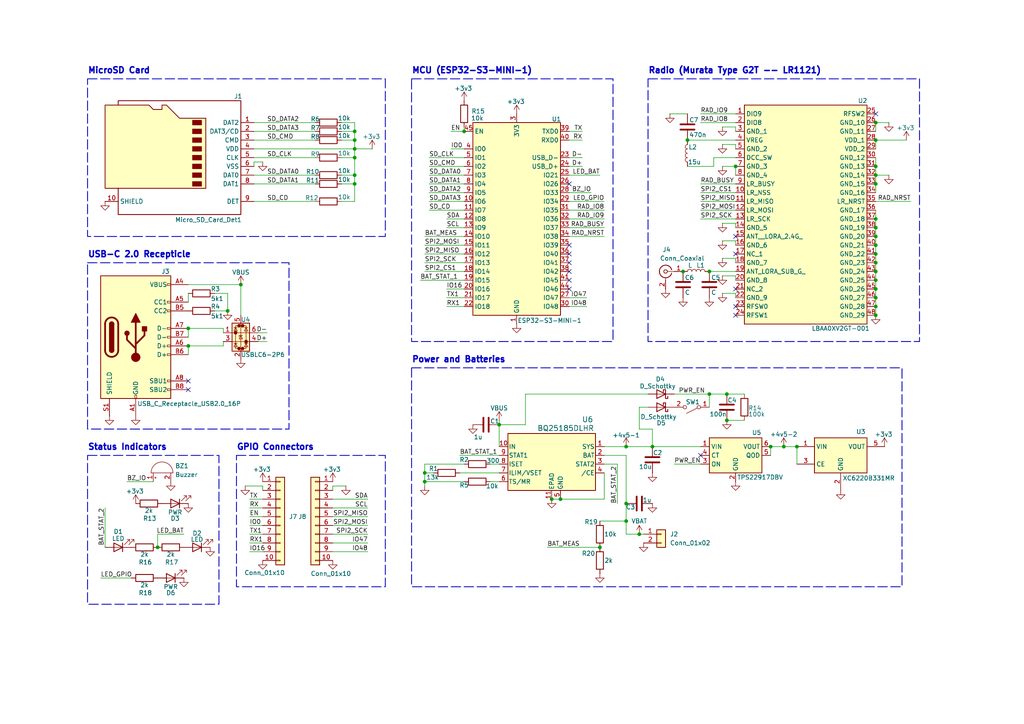
<source format=kicad_sch>
(kicad_sch (version 20250114) (generator "eeschema") (generator_version "9.0")
  (paper "A4")
  (rectangle (start 25.4 76.2) (end 83.82 124.46) (stroke (width 0.25) (type dash)))
  (rectangle (start 119.38 106.68) (end 261.62 170.18) (stroke (width 0.25) (type dash)))
  (rectangle (start 25.4 132.08) (end 63.5 175.26) (stroke (width 0.25) (type dash)))
  (rectangle (start 25.4 22.86) (end 111.76 68.58) (stroke (width 0.25) (type dash)))
  (rectangle (start 119.38 22.86) (end 177.8 99.06) (stroke (width 0.25) (type dash)))
  (rectangle (start 187.96 22.86) (end 266.7 99.06) (stroke (width 0.25) (type dash)))
  (rectangle (start 68.58 132.08) (end 111.76 170.18) (stroke (width 0.25) (type dash)))
  (text "Status Indicators\n" (at 25.4 130.81 0) (effects (font (size 1.75 1.75) (thickness 0.4) (bold yes)) (justify left bottom)))
  (text "MCU (ESP32-S3-MINI-1)" (at 119.38 21.59 0) (effects (font (size 1.75 1.75) (thickness 0.4) (bold yes)) (justify left bottom)))
  (text "Radio (Murata Type G2T -- LR1121)" (at 187.96 21.59 0) (effects (font (size 1.75 1.75) (thickness 0.4) (bold yes)) (justify left bottom)))
  (text "MicroSD Card\n" (at 25.4 21.59 0) (effects (font (size 1.75 1.75) (thickness 0.4) (bold yes)) (justify left bottom)))
  (text "USB-C 2.0 Recepticle" (at 25.4 74.93 0) (effects (font (size 1.75 1.75) (thickness 0.4) (bold yes)) (justify left bottom)))
  (text "GPIO Connectors" (at 68.58 130.81 0) (effects (font (size 1.75 1.75) (thickness 0.4) (bold yes)) (justify left bottom)))
  (text "Power and Batteries" (at 119.38 105.41 0) (effects (font (size 1.75 1.75) (thickness 0.4) (bold yes)) (justify left bottom)))
  (junction (at 254 53.34))
  (junction (at 254 73.66))
  (junction (at 210.82 114.3))
  (junction (at 254 81.28))
  (junction (at 160.02 144.78))
  (junction (at 102.87 50.8))
  (junction (at 102.87 38.1))
  (junction (at 254 83.82))
  (junction (at 185.42 154.94))
  (junction (at 66.04 90.17))
  (junction (at 254 68.58))
  (junction (at 123.19 139.7))
  (junction (at 210.82 121.92))
  (junction (at 54.61 95.25))
  (junction (at 144.78 123.19))
  (junction (at 69.85 82.55))
  (junction (at 198.12 78.74))
  (junction (at 254 88.9))
  (junction (at 205.74 78.74))
  (junction (at 254 91.44))
  (junction (at 199.39 40.64))
  (junction (at 181.61 129.54))
  (junction (at 254 76.2))
  (junction (at 254 71.12))
  (junction (at 227.33 129.54))
  (junction (at 254 40.64))
  (junction (at 162.56 144.78))
  (junction (at 54.61 100.33))
  (junction (at 254 66.04))
  (junction (at 254 48.26))
  (junction (at 123.19 137.16))
  (junction (at 231.14 129.54))
  (junction (at 181.61 146.05))
  (junction (at 254 35.56))
  (junction (at 189.23 129.54))
  (junction (at 223.52 129.54))
  (junction (at 254 50.8))
  (junction (at 181.61 151.13))
  (junction (at 102.87 40.64))
  (junction (at 45.72 158.75))
  (junction (at 213.36 48.26))
  (junction (at 102.87 43.18))
  (junction (at 102.87 45.72))
  (junction (at 173.99 158.75))
  (junction (at 254 63.5))
  (junction (at 254 86.36))
  (junction (at 205.74 114.3))
  (junction (at 102.87 53.34))
  (junction (at 254 78.74))
  (junction (at 134.62 38.1))
  (no_connect (at 254 33.02))
  (no_connect (at 165.1 73.66))
  (no_connect (at 213.36 68.58))
  (no_connect (at 165.1 53.34))
  (no_connect (at 213.36 91.44))
  (no_connect (at 165.1 76.2))
  (no_connect (at 165.1 83.82))
  (no_connect (at 203.2 132.08))
  (no_connect (at 165.1 81.28))
  (no_connect (at 54.61 110.49))
  (no_connect (at 54.61 113.03))
  (no_connect (at 213.36 73.66))
  (no_connect (at 213.36 83.82))
  (no_connect (at 213.36 88.9))
  (no_connect (at 165.1 71.12))
  (no_connect (at 165.1 78.74))
  (wire (pts (xy 203.2 63.5) (xy 213.36 63.5)))
  (wire (pts (xy 54.61 85.09) (xy 54.61 87.63)))
  (wire (pts (xy 102.87 43.18) (xy 107.95 43.18)))
  (wire (pts (xy 74.93 96.52) (xy 77.47 96.52)))
  (wire (pts (xy 207.01 45.72) (xy 207.01 48.26)))
  (wire (pts (xy 203.2 35.56) (xy 213.36 35.56)))
  (wire (pts (xy 123.19 73.66) (xy 134.62 73.66)))
  (wire (pts (xy 123.19 71.12) (xy 134.62 71.12)))
  (wire (pts (xy 54.61 95.25) (xy 64.77 95.25)))
  (wire (pts (xy 129.54 88.9) (xy 134.62 88.9)))
  (wire (pts (xy 185.42 124.46) (xy 189.23 124.46)))
  (wire (pts (xy 72.39 147.32) (xy 76.2 147.32)))
  (wire (pts (xy 69.85 82.55) (xy 69.85 91.44)))
  (wire (pts (xy 227.33 129.54) (xy 231.14 129.54)))
  (wire (pts (xy 123.19 76.2) (xy 134.62 76.2)))
  (wire (pts (xy 181.61 146.05) (xy 181.61 151.13)))
  (wire (pts (xy 199.39 48.26) (xy 207.01 48.26)))
  (wire (pts (xy 72.39 154.94) (xy 76.2 154.94)))
  (wire (pts (xy 199.39 33.02) (xy 194.31 33.02)))
  (wire (pts (xy 181.61 129.54) (xy 189.23 129.54)))
  (wire (pts (xy 102.87 35.56) (xy 99.06 35.56)))
  (wire (pts (xy 210.82 121.92) (xy 215.9 121.92)))
  (wire (pts (xy 133.35 137.16) (xy 144.78 137.16)))
  (wire (pts (xy 173.99 151.13) (xy 181.61 151.13)))
  (wire (pts (xy 29.21 167.64) (xy 38.1 167.64)))
  (wire (pts (xy 195.58 114.3) (xy 205.74 114.3)))
  (wire (pts (xy 185.42 118.11) (xy 185.42 124.46)))
  (wire (pts (xy 129.54 86.36) (xy 134.62 86.36)))
  (wire (pts (xy 195.58 134.62) (xy 203.2 134.62)))
  (wire (pts (xy 254 45.72) (xy 254 48.26)))
  (wire (pts (xy 142.24 139.7) (xy 144.78 139.7)))
  (wire (pts (xy 76.2 140.97) (xy 76.2 142.24)))
  (wire (pts (xy 199.39 40.64) (xy 213.36 40.64)))
  (wire (pts (xy 205.74 78.74) (xy 213.36 78.74)))
  (wire (pts (xy 45.72 154.94) (xy 53.34 154.94)))
  (wire (pts (xy 175.26 134.62) (xy 179.07 134.62)))
  (wire (pts (xy 160.02 144.78) (xy 162.56 144.78)))
  (wire (pts (xy 165.1 38.1) (xy 168.91 38.1)))
  (wire (pts (xy 72.39 160.02) (xy 76.2 160.02)))
  (wire (pts (xy 102.87 38.1) (xy 102.87 35.56)))
  (wire (pts (xy 223.52 129.54) (xy 227.33 129.54)))
  (wire (pts (xy 62.23 90.17) (xy 66.04 90.17)))
  (wire (pts (xy 203.2 55.88) (xy 213.36 55.88)))
  (wire (pts (xy 102.87 43.18) (xy 102.87 40.64)))
  (wire (pts (xy 124.46 53.34) (xy 134.62 53.34)))
  (wire (pts (xy 74.93 99.06) (xy 77.47 99.06)))
  (wire (pts (xy 30.48 147.32) (xy 30.48 158.75)))
  (wire (pts (xy 254 88.9) (xy 254 91.44)))
  (wire (pts (xy 72.39 152.4) (xy 76.2 152.4)))
  (wire (pts (xy 45.72 158.75) (xy 45.72 154.94)))
  (wire (pts (xy 165.1 86.36) (xy 170.18 86.36)))
  (wire (pts (xy 102.87 45.72) (xy 102.87 43.18)))
  (wire (pts (xy 213.36 74.93) (xy 213.36 76.2)))
  (wire (pts (xy 187.96 114.3) (xy 152.4 114.3)))
  (wire (pts (xy 254 76.2) (xy 254 78.74)))
  (wire (pts (xy 181.61 154.94) (xy 185.42 154.94)))
  (wire (pts (xy 73.66 46.99) (xy 73.66 48.26)))
  (wire (pts (xy 72.39 157.48) (xy 76.2 157.48)))
  (wire (pts (xy 254 86.36) (xy 254 88.9)))
  (wire (pts (xy 158.75 158.75) (xy 173.99 158.75)))
  (wire (pts (xy 96.52 157.48) (xy 106.68 157.48)))
  (wire (pts (xy 99.06 53.34) (xy 102.87 53.34)))
  (wire (pts (xy 73.66 38.1) (xy 91.44 38.1)))
  (wire (pts (xy 123.19 139.7) (xy 134.62 139.7)))
  (wire (pts (xy 144.78 123.19) (xy 144.78 129.54)))
  (wire (pts (xy 54.61 100.33) (xy 64.77 100.33)))
  (wire (pts (xy 123.19 68.58) (xy 134.62 68.58)))
  (wire (pts (xy 72.39 144.78) (xy 76.2 144.78)))
  (wire (pts (xy 165.1 55.88) (xy 171.45 55.88)))
  (wire (pts (xy 203.2 60.96) (xy 213.36 60.96)))
  (wire (pts (xy 66.04 90.17) (xy 66.04 85.09)))
  (wire (pts (xy 213.36 64.77) (xy 213.36 66.04)))
  (wire (pts (xy 152.4 114.3) (xy 152.4 123.19)))
  (wire (pts (xy 254 60.96) (xy 254 63.5)))
  (wire (pts (xy 165.1 60.96) (xy 175.26 60.96)))
  (wire (pts (xy 213.36 36.83) (xy 213.36 38.1)))
  (wire (pts (xy 203.2 33.02) (xy 213.36 33.02)))
  (wire (pts (xy 209.55 85.09) (xy 213.36 85.09)))
  (wire (pts (xy 187.96 118.11) (xy 185.42 118.11)))
  (wire (pts (xy 102.87 40.64) (xy 102.87 38.1)))
  (wire (pts (xy 231.14 129.54) (xy 231.14 134.62)))
  (wire (pts (xy 254 35.56) (xy 254 38.1)))
  (wire (pts (xy 213.36 41.91) (xy 213.36 43.18)))
  (wire (pts (xy 185.42 154.94) (xy 186.69 154.94)))
  (wire (pts (xy 175.26 132.08) (xy 181.61 132.08)))
  (wire (pts (xy 123.19 140.97) (xy 123.19 139.7)))
  (wire (pts (xy 73.66 58.42) (xy 91.44 58.42)))
  (wire (pts (xy 254 50.8) (xy 257.81 50.8)))
  (wire (pts (xy 96.52 152.4) (xy 106.68 152.4)))
  (wire (pts (xy 96.52 149.86) (xy 106.68 149.86)))
  (wire (pts (xy 254 66.04) (xy 254 68.58)))
  (wire (pts (xy 124.46 55.88) (xy 134.62 55.88)))
  (wire (pts (xy 181.61 151.13) (xy 181.61 154.94)))
  (wire (pts (xy 209.55 80.01) (xy 213.36 80.01)))
  (wire (pts (xy 175.26 144.78) (xy 162.56 144.78)))
  (wire (pts (xy 209.55 41.91) (xy 213.36 41.91)))
  (wire (pts (xy 165.1 66.04) (xy 175.26 66.04)))
  (wire (pts (xy 76.2 46.99) (xy 73.66 46.99)))
  (wire (pts (xy 96.52 147.32) (xy 106.68 147.32)))
  (wire (pts (xy 123.19 134.62) (xy 123.19 137.16)))
  (wire (pts (xy 165.1 58.42) (xy 175.26 58.42)))
  (wire (pts (xy 213.36 80.01) (xy 213.36 81.28)))
  (wire (pts (xy 71.12 140.97) (xy 76.2 140.97)))
  (wire (pts (xy 72.39 149.86) (xy 76.2 149.86)))
  (wire (pts (xy 64.77 100.33) (xy 64.77 99.06)))
  (wire (pts (xy 73.66 40.64) (xy 91.44 40.64)))
  (wire (pts (xy 165.1 40.64) (xy 168.91 40.64)))
  (wire (pts (xy 123.19 78.74) (xy 134.62 78.74)))
  (wire (pts (xy 254 78.74) (xy 254 81.28)))
  (wire (pts (xy 124.46 60.96) (xy 134.62 60.96)))
  (wire (pts (xy 99.06 40.64) (xy 102.87 40.64)))
  (wire (pts (xy 102.87 53.34) (xy 102.87 50.8)))
  (wire (pts (xy 189.23 124.46) (xy 189.23 129.54)))
  (wire (pts (xy 124.46 58.42) (xy 134.62 58.42)))
  (wire (pts (xy 209.55 64.77) (xy 213.36 64.77)))
  (wire (pts (xy 99.06 50.8) (xy 102.87 50.8)))
  (wire (pts (xy 209.55 48.26) (xy 213.36 48.26)))
  (wire (pts (xy 189.23 129.54) (xy 203.2 129.54)))
  (wire (pts (xy 209.55 36.83) (xy 213.36 36.83)))
  (wire (pts (xy 99.06 45.72) (xy 102.87 45.72)))
  (wire (pts (xy 254 68.58) (xy 254 71.12)))
  (wire (pts (xy 130.81 38.1) (xy 134.62 38.1)))
  (wire (pts (xy 102.87 50.8) (xy 102.87 45.72)))
  (wire (pts (xy 73.66 35.56) (xy 91.44 35.56)))
  (wire (pts (xy 213.36 48.26) (xy 213.36 50.8)))
  (wire (pts (xy 134.62 36.83) (xy 134.62 38.1)))
  (wire (pts (xy 209.55 74.93) (xy 213.36 74.93)))
  (wire (pts (xy 54.61 100.33) (xy 54.61 102.87)))
  (wire (pts (xy 129.54 63.5) (xy 134.62 63.5)))
  (wire (pts (xy 254 71.12) (xy 254 73.66)))
  (wire (pts (xy 209.55 69.85) (xy 213.36 69.85)))
  (wire (pts (xy 165.1 68.58) (xy 175.26 68.58)))
  (wire (pts (xy 73.66 53.34) (xy 91.44 53.34)))
  (wire (pts (xy 165.1 45.72) (xy 168.91 45.72)))
  (wire (pts (xy 102.87 58.42) (xy 102.87 53.34)))
  (wire (pts (xy 254 73.66) (xy 254 76.2)))
  (wire (pts (xy 223.52 129.54) (xy 223.52 132.08)))
  (wire (pts (xy 203.2 53.34) (xy 213.36 53.34)))
  (wire (pts (xy 254 83.82) (xy 254 86.36)))
  (wire (pts (xy 124.46 45.72) (xy 134.62 45.72)))
  (wire (pts (xy 179.07 134.62) (xy 179.07 146.05)))
  (wire (pts (xy 96.52 140.97) (xy 96.52 142.24)))
  (wire (pts (xy 64.77 95.25) (xy 64.77 96.52)))
  (wire (pts (xy 73.66 45.72) (xy 91.44 45.72)))
  (wire (pts (xy 36.83 139.7) (xy 44.45 139.7)))
  (wire (pts (xy 254 40.64) (xy 262.89 40.64)))
  (wire (pts (xy 215.9 114.3) (xy 210.82 114.3)))
  (wire (pts (xy 123.19 134.62) (xy 134.62 134.62)))
  (wire (pts (xy 181.61 132.08) (xy 181.61 146.05)))
  (wire (pts (xy 213.36 45.72) (xy 207.01 45.72)))
  (wire (pts (xy 254 63.5) (xy 254 66.04)))
  (wire (pts (xy 96.52 154.94) (xy 106.68 154.94)))
  (wire (pts (xy 144.78 121.92) (xy 144.78 123.19)))
  (wire (pts (xy 152.4 123.19) (xy 144.78 123.19)))
  (wire (pts (xy 130.81 43.18) (xy 134.62 43.18)))
  (wire (pts (xy 144.78 134.62) (xy 142.24 134.62)))
  (wire (pts (xy 203.2 58.42) (xy 213.36 58.42)))
  (wire (pts (xy 175.26 137.16) (xy 175.26 144.78)))
  (wire (pts (xy 99.06 58.42) (xy 102.87 58.42)))
  (wire (pts (xy 66.04 85.09) (xy 62.23 85.09)))
  (wire (pts (xy 121.92 81.28) (xy 134.62 81.28)))
  (wire (pts (xy 165.1 48.26) (xy 168.91 48.26)))
  (wire (pts (xy 181.61 129.54) (xy 175.26 129.54)))
  (wire (pts (xy 129.54 66.04) (xy 134.62 66.04)))
  (wire (pts (xy 96.52 160.02) (xy 106.68 160.02)))
  (wire (pts (xy 254 81.28) (xy 254 83.82)))
  (wire (pts (xy 213.36 69.85) (xy 213.36 71.12)))
  (wire (pts (xy 124.46 50.8) (xy 134.62 50.8)))
  (wire (pts (xy 254 35.56) (xy 257.81 35.56)))
  (wire (pts (xy 96.52 144.78) (xy 106.68 144.78)))
  (wire (pts (xy 123.19 139.7) (xy 123.19 137.16)))
  (wire (pts (xy 73.66 50.8) (xy 91.44 50.8)))
  (wire (pts (xy 254 40.64) (xy 254 43.18)))
  (wire (pts (xy 54.61 82.55) (xy 69.85 82.55)))
  (wire (pts (xy 129.54 83.82) (xy 134.62 83.82)))
  (wire (pts (xy 73.66 43.18) (xy 102.87 43.18)))
  (wire (pts (xy 254 48.26) (xy 254 50.8)))
  (wire (pts (xy 99.06 38.1) (xy 102.87 38.1)))
  (wire (pts (xy 133.35 132.08) (xy 144.78 132.08)))
  (wire (pts (xy 54.61 95.25) (xy 54.61 97.79)))
  (wire (pts (xy 124.46 48.26) (xy 134.62 48.26)))
  (wire (pts (xy 165.1 63.5) (xy 175.26 63.5)))
  (wire (pts (xy 213.36 85.09) (xy 213.36 86.36)))
  (wire (pts (xy 100.33 140.97) (xy 96.52 140.97)))
  (wire (pts (xy 210.82 114.3) (xy 205.74 114.3)))
  (wire (pts (xy 123.19 137.16) (xy 125.73 137.16)))
  (wire (pts (xy 165.1 50.8) (xy 173.99 50.8)))
  (wire (pts (xy 254 50.8) (xy 254 53.34)))
  (wire (pts (xy 254 53.34) (xy 254 55.88)))
  (wire (pts (xy 254 58.42) (xy 264.16 58.42)))
  (wire (pts (xy 205.74 114.3) (xy 205.74 118.11)))
  (wire (pts (xy 165.1 88.9) (xy 170.18 88.9)))
  (label "RX" (at 72.39 147.32 0))
  (label "SD_CLK" (at 124.46 45.72 0))
  (label "SPI2_CS1" (at 203.2 55.88 0))
  (label "LED_BAT" (at 53.34 154.94 180))
  (label "SD_DATA2" (at 77.47 35.56 0))
  (label "SPI2_SCK" (at 123.19 76.2 0))
  (label "RAD_IO9" (at 175.26 63.5 180))
  (label "D-" (at 168.91 45.72 180))
  (label "IO48" (at 106.68 160.02 180))
  (label "EN" (at 130.81 38.1 0))
  (label "SPI2_MISO" (at 203.2 58.42 0))
  (label "IO16" (at 129.54 83.82 0))
  (label "SCL" (at 106.68 147.32 180))
  (label "SPI2_MOSI" (at 106.68 152.4 180))
  (label "SD_DATA1" (at 124.46 53.34 0))
  (label "SD_CMD" (at 124.46 48.26 0))
  (label "D+" (at 168.91 48.26 180))
  (label "IO0" (at 72.39 152.4 0))
  (label "PWR_EN" (at 195.58 134.62 0))
  (label "TX1" (at 129.54 86.36 0))
  (label "SDA" (at 129.54 63.5 0))
  (label "RX" (at 168.91 40.64 180))
  (label "TX" (at 168.91 38.1 180))
  (label "SPI2_MOSI" (at 203.2 60.96 0))
  (label "IO16" (at 72.39 160.02 0))
  (label "D+" (at 77.47 99.06 180))
  (label "SD_CD" (at 124.46 60.96 0))
  (label "BAT_STAT_1" (at 133.35 132.08 0))
  (label "SPI2_SCK" (at 106.68 154.94 180))
  (label "SPI2_MOSI" (at 123.19 71.12 0))
  (label "SD_CLK" (at 77.47 45.72 0))
  (label "IO47" (at 106.68 157.48 180))
  (label "RAD_NRST" (at 175.26 68.58 180))
  (label "RAD_BUSY" (at 203.2 53.34 0))
  (label "BAT_MEAS" (at 123.19 68.58 0))
  (label "SCL" (at 129.54 66.04 0))
  (label "RX1" (at 72.39 157.48 0))
  (label "RAD_BUSY" (at 175.26 66.04 180))
  (label "RAD_IO8" (at 203.2 35.56 0))
  (label "IO0" (at 130.81 43.18 0))
  (label "TX1" (at 72.39 154.94 0))
  (label "SD_DATA2" (at 124.46 55.88 0))
  (label "EN" (at 72.39 149.86 0))
  (label "PWR_EN" (at 204.47 114.3 180))
  (label "SD_DATA1" (at 77.47 53.34 0))
  (label "BAT_STAT_1" (at 121.92 81.28 0))
  (label "SD_DATA3" (at 124.46 58.42 0))
  (label "IO48" (at 170.18 88.9 180))
  (label "LED_GPIO" (at 29.21 167.64 0))
  (label "SD_DATA3" (at 77.47 38.1 0))
  (label "TX" (at 72.39 144.78 0))
  (label "BAT_STAT_2" (at 30.48 147.32 270))
  (label "BAT_MEAS" (at 158.75 158.75 0))
  (label "IO47" (at 170.18 86.36 180))
  (label "RAD_IO8" (at 175.26 60.96 180))
  (label "BAT_STAT_2" (at 179.07 146.05 90))
  (label "SPI2_CS1" (at 123.19 78.74 0))
  (label "SDA" (at 106.68 144.78 180))
  (label "BZ_IO" (at 171.45 55.88 180))
  (label "LED_GPIO" (at 175.26 58.42 180))
  (label "SPI2_SCK" (at 203.2 63.5 0))
  (label "LED_BAT" (at 173.99 50.8 180))
  (label "SD_CD" (at 77.47 58.42 0))
  (label "SD_CMD" (at 77.47 40.64 0))
  (label "BZ_IO" (at 36.83 139.7 0))
  (label "RAD_NRST" (at 264.16 58.42 180))
  (label "SD_DATA0" (at 124.46 50.8 0))
  (label "SD_DATA0" (at 77.47 50.8 0))
  (label "SPI2_MISO" (at 106.68 149.86 180))
  (label "D-" (at 77.47 96.52 180))
  (label "RX1" (at 129.54 88.9 0))
  (label "SPI2_MISO" (at 123.19 73.66 0))
  (label "RAD_IO9" (at 203.2 33.02 0))
  (symbol (lib_id "Device:L") (at 201.93 78.74 90) (unit 1)
    (property "Reference" "L1" (at 203.2 76.962 90))
    (property "Value" "L" (at 200.152 76.962 90))
    (property "Description" "Inductor" (effects (hide yes)))
  )
  (symbol (lib_id "Device:R") (at 41.91 158.75 270) (unit 1)
    (property "Reference" "R16" (at 42.164 163.068 90))
    (property "Value" "2k" (at 41.91 160.782 90))
    (property "Description" "Resistor" (effects (hide yes)))
  )
  (symbol (lib_id "power:GND") (at 209.55 36.83 0) (unit 1)
    (property "Reference" "#PWR033" (effects (hide yes)))
    (property "Value" "GND" (effects (hide yes)))
    (property "Description" "Power symbol creates a global label with name \"GND\" , ground" (effects (hide yes)))
  )
  (symbol (lib_id "power:GND") (at 189.23 146.05 0) (unit 1)
    (property "Reference" "#PWR017" (effects (hide yes)))
    (property "Value" "GND" (effects (hide yes)))
    (property "Description" "Power symbol creates a global label with name \"GND\" , ground" (effects (hide yes)))
  )
  (symbol (lib_id "power:GND") (at 209.55 74.93 0) (unit 1)
    (property "Reference" "#PWR038" (effects (hide yes)))
    (property "Value" "GND" (effects (hide yes)))
    (property "Description" "Power symbol creates a global label with name \"GND\" , ground" (effects (hide yes)))
  )
  (symbol (lib_id "LBAA0XV2GT-001:LBAA0XV2GT-001") (at 210.82 33.02 0) (unit 1)
    (property "Reference" "U2" (at 250.19 29.21 0))
    (property "Value" "LBAA0XV2GT-001" (at 243.84 95.25 0))
    (property "Footprint" "LBAA0XV2GT001" (effects (hide yes)))
    (property "Datasheet" "https://www.murata.com/-/media/webrenewal/products/connectivitymodule/lpwa/overview/lineup/pdf/type2gt.ashx?la=en-sg&cvid=20240605010000000000" (effects (hide yes)))
    (property "Description" "General ISM < 1GHz LoRa Transceiver Module 860MHz ~ 930MHz, 860MHz ~ 2.1GHz, 860MHz ~ 2.4GHz Antenna Not Included Surface Mount" (effects (hide yes)))
    (property "Height" "1.74" (effects (hide yes)))
    (property "Manufacturer_Name" "Murata Electronics" (effects (hide yes)))
    (property "Manufacturer_Part_Number" "LBAA0XV2GT-001" (effects (hide yes)))
  )
  (symbol (lib_id "power:GND") (at 31.75 120.65 0) (unit 1)
    (property "Reference" "#PWR05" (effects (hide yes)))
    (property "Value" "GND" (effects (hide yes)))
    (property "Description" "Power symbol creates a global label with name \"GND\" , ground" (effects (hide yes)))
  )
  (symbol (lib_id "Device:R") (at 134.62 33.02 0) (unit 1)
    (property "Reference" "R15" (at 138.684 32.258 0))
    (property "Value" "10k" (at 138.43 34.29 0))
    (property "Description" "Resistor" (effects (hide yes)))
  )
  (symbol (lib_id "Device:R") (at 129.54 137.16 90) (unit 1)
    (property "Reference" "R1" (at 125.73 135.89 90))
    (property "Value" "13k" (at 125.476 138.43 90))
    (property "Description" "Resistor" (effects (hide yes)))
  )
  (symbol (lib_id "Device:C") (at 205.74 82.55 0) (unit 1)
    (property "Reference" "C5" (at 206.248 80.518 0) (effects (justify left)))
    (property "Value" "C" (at 206.248 84.836 0) (effects (justify left)))
    (property "Description" "Unpolarized capacitor" (effects (hide yes)))
  )
  (symbol (lib_id "Device:R") (at 95.25 35.56 90) (unit 1)
    (property "Reference" "R6" (at 91.44 34.544 90))
    (property "Value" "10k" (at 99.822 34.29 90))
    (property "Description" "Resistor" (effects (hide yes)))
  )
  (symbol (lib_id "power:GND") (at 243.84 142.24 0) (unit 1)
    (property "Reference" "#PWR06" (effects (hide yes)))
    (property "Value" "GND" (effects (hide yes)))
    (property "Description" "Power symbol creates a global label with name \"GND\" , ground" (effects (hide yes)))
  )
  (symbol (lib_id "power:GND") (at 60.96 158.75 0) (unit 1)
    (property "Reference" "#PWR052" (effects (hide yes)))
    (property "Value" "GND" (effects (hide yes)))
    (property "Description" "Power symbol creates a global label with name \"GND\" , ground" (effects (hide yes)))
  )
  (symbol (lib_id "Device:R") (at 49.53 158.75 270) (unit 1)
    (property "Reference" "R17" (at 49.784 163.068 90))
    (property "Value" "2k" (at 49.53 160.782 90))
    (property "Description" "Resistor" (effects (hide yes)))
  )
  (symbol (lib_id "power:GND") (at 209.55 41.91 0) (unit 1)
    (property "Reference" "#PWR034" (effects (hide yes)))
    (property "Value" "GND" (effects (hide yes)))
    (property "Description" "Power symbol creates a global label with name \"GND\" , ground" (effects (hide yes)))
  )
  (symbol (lib_id "power:GND") (at 149.86 93.98 0) (unit 1)
    (property "Reference" "#PWR024" (effects (hide yes)))
    (property "Value" "GND" (effects (hide yes)))
    (property "Description" "Power symbol creates a global label with name \"GND\" , ground" (effects (hide yes)))
  )
  (symbol (lib_id "power:GND") (at 66.04 90.17 0) (unit 1)
    (property "Reference" "#PWR019" (effects (hide yes)))
    (property "Value" "GND" (effects (hide yes)))
    (property "Description" "Power symbol creates a global label with name \"GND\" , ground" (effects (hide yes)))
  )
  (symbol (lib_id "power:GND") (at 173.99 166.37 0) (unit 1)
    (property "Reference" "#PWR053" (effects (hide yes)))
    (property "Value" "GND" (effects (hide yes)))
    (property "Description" "Power symbol creates a global label with name \"GND\" , ground" (effects (hide yes)))
  )
  (symbol (lib_id "Connector_Generic:Conn_01x10") (at 81.28 149.86 0) (unit 1)
    (property "Reference" "J7" (at 83.82 149.8599 0) (effects (justify left)))
    (property "Value" "Conn_01x10" (at 70.866 166.116 0) (effects (justify left)))
    (property "Description" "Generic connector, single row, 01x10, script generated (kicad-library-utils/schlib/autogen/connector/)" (effects (hide yes)))
  )
  (symbol (lib_id "power:GND") (at 213.36 139.7 0) (unit 1)
    (property "Reference" "#PWR08" (effects (hide yes)))
    (property "Value" "GND" (effects (hide yes)))
    (property "Description" "Power symbol creates a global label with name \"GND\" , ground" (effects (hide yes)))
  )
  (symbol (lib_id "power:+3V3") (at 107.95 43.18 0) (unit 1)
    (property "Reference" "#PWR022" (effects (hide yes)))
    (property "Value" "+3v3" (at 107.696 39.624 0))
    (property "Description" "Power symbol creates a global label with name \"+3V3\"" (effects (hide yes)))
  )
  (symbol (lib_id "power:+3V3") (at 262.89 40.64 0) (unit 1)
    (property "Reference" "#PWR032" (effects (hide yes)))
    (property "Value" "+3v3" (at 262.636 37.084 0))
    (property "Description" "Power symbol creates a global label with name \"+3V3\"" (effects (hide yes)))
  )
  (symbol (lib_id "power:GND") (at 254 91.44 0) (unit 1)
    (property "Reference" "#PWR029" (effects (hide yes)))
    (property "Value" "GND" (effects (hide yes)))
    (property "Description" "Power symbol creates a global label with name \"GND\" , ground" (effects (hide yes)))
  )
  (symbol (lib_id "Connector:Micro_SD_Card_Det1") (at 50.8 45.72 0) (mirror y) (unit 1)
    (property "Reference" "J1" (at 69.088 27.94 0))
    (property "Value" "Micro_SD_Card_Det1" (at 60.452 63.754 0))
    (property "Datasheet" "https://datasheet.lcsc.com/lcsc/2110151630_XKB-Connectivity-XKTF-015-N_C381082.pdf" (effects (hide yes)))
    (property "Description" "Micro SD Card Socket with one card detection pin" (effects (hide yes)))
  )
  (symbol (lib_id "Device:R") (at 138.43 134.62 90) (unit 1)
    (property "Reference" "R2" (at 134.62 133.35 90))
    (property "Value" "300" (at 143.002 133.604 90))
    (property "Description" "Resistor" (effects (hide yes)))
  )
  (symbol (lib_id "power:VBUS") (at 69.85 82.55 0) (unit 1)
    (property "Reference" "#PWR02" (effects (hide yes)))
    (property "Value" "VBUS" (at 69.85 78.994 0))
    (property "Description" "Power symbol creates a global label with name \"VBUS\"" (effects (hide yes)))
  )
  (symbol (lib_id "power:+3V3") (at 256.54 129.54 0) (unit 1)
    (property "Reference" "#PWR014" (effects (hide yes)))
    (property "Value" "+3v3" (at 256.286 125.984 0))
    (property "Description" "Power symbol creates a global label with name \"+3V3\"" (effects (hide yes)))
  )
  (symbol (lib_id "Device:R") (at 43.18 146.05 270) (unit 1)
    (property "Reference" "R13" (at 43.434 150.368 90))
    (property "Value" "2k" (at 43.18 148.082 90))
    (property "Description" "Resistor" (effects (hide yes)))
  )
  (symbol (lib_id "power:+3V3") (at 76.2 139.7 0) (unit 1)
    (property "Reference" "#PWR047" (effects (hide yes)))
    (property "Value" "+3v3" (at 75.946 136.144 0))
    (property "Description" "Power symbol creates a global label with name \"+3V3\"" (effects (hide yes)))
  )
  (symbol (lib_id "2025-04-29_22-06-58:BQ25185DLHR") (at 160.02 134.62 0) (mirror y) (unit 1)
    (property "Reference" "U6" (at 170.434 121.666 0) (effects (font (size 1.524 1.524))))
    (property "Value" "BQ25185DLHR" (at 164.084 124.206 0) (effects (font (size 1.524 1.524))))
    (property "Footprint" "WSON10_DLH_TEX" (effects (hide yes)))
    (property "Datasheet" "BQ25185DLHR" (effects (hide yes)))
  )
  (symbol (lib_id "Device:R") (at 95.25 58.42 90) (unit 1)
    (property "Reference" "R12" (at 90.424 57.404 90))
    (property "Value" "10k" (at 99.822 57.15 90))
    (property "Description" "Resistor" (effects (hide yes)))
  )
  (symbol (lib_id "power:+3V3") (at 96.52 139.7 0) (unit 1)
    (property "Reference" "#PWR048" (effects (hide yes)))
    (property "Value" "+3v3" (at 96.266 136.144 0))
    (property "Description" "Power symbol creates a global label with name \"+3V3\"" (effects (hide yes)))
  )
  (symbol (lib_id "Device:R") (at 138.43 139.7 90) (unit 1)
    (property "Reference" "R5" (at 134.62 140.716 90))
    (property "Value" "10k" (at 142.748 140.97 90))
    (property "Description" "Resistor" (effects (hide yes)))
  )
  (symbol (lib_id "power:GND") (at 209.55 85.09 0) (unit 1)
    (property "Reference" "#PWR040" (effects (hide yes)))
    (property "Value" "GND" (effects (hide yes)))
    (property "Description" "Power symbol creates a global label with name \"GND\" , ground" (effects (hide yes)))
  )
  (symbol (lib_id "Device:C") (at 140.97 123.19 90) (unit 1)
    (property "Reference" "C1" (at 143.51 122.174 90))
    (property "Value" "1u" (at 138.684 126.746 90))
    (property "Description" "Unpolarized capacitor" (effects (hide yes)))
  )
  (symbol (lib_id "Device:R") (at 58.42 90.17 90) (unit 1)
    (property "Reference" "R4" (at 62.484 88.9 90))
    (property "Value" "5k1" (at 62.992 91.694 90))
    (property "Description" "Resistor" (effects (hide yes)))
  )
  (symbol (lib_id "Device:LED") (at 50.8 146.05 180) (unit 1)
    (property "Reference" "D3" (at 50.8 150.368 0))
    (property "Value" "PWR" (at 50.8 148.59 0))
    (property "Description" "Light emitting diode" (effects (hide yes)))
    (property "Sim.Pins" "1=K 2=A" (effects (hide yes)))
  )
  (symbol (lib_id "power:GND") (at 76.2 46.99 0) (unit 1)
    (property "Reference" "#PWR021" (effects (hide yes)))
    (property "Value" "GND" (effects (hide yes)))
    (property "Description" "Power symbol creates a global label with name \"GND\" , ground" (effects (hide yes)))
  )
  (symbol (lib_id "power:GND") (at 194.31 33.02 0) (unit 1)
    (property "Reference" "#PWR044" (effects (hide yes)))
    (property "Value" "GND" (effects (hide yes)))
    (property "Description" "Power symbol creates a global label with name \"GND\" , ground" (effects (hide yes)))
  )
  (symbol (lib_id "Device:C") (at 185.42 146.05 270) (unit 1)
    (property "Reference" "C3" (at 182.88 147.066 90))
    (property "Value" "1u" (at 187.706 145.034 90))
    (property "Description" "Unpolarized capacitor" (effects (hide yes)))
  )
  (symbol (lib_id "Device:R") (at 173.99 154.94 180) (unit 1)
    (property "Reference" "R19" (at 171.45 151.384 0))
    (property "Value" "10k" (at 177.038 154.94 0))
    (property "Description" "Resistor" (effects (hide yes)))
  )
  (symbol (lib_id "Device:R") (at 58.42 85.09 90) (unit 1)
    (property "Reference" "R3" (at 62.484 83.82 90))
    (property "Value" "5k1" (at 62.992 86.614 90))
    (property "Description" "Resistor" (effects (hide yes)))
  )
  (symbol (lib_id "Device:LED") (at 49.53 167.64 180) (unit 1)
    (property "Reference" "D6" (at 49.53 171.958 0))
    (property "Value" "PWR" (at 49.53 170.18 0))
    (property "Description" "Light emitting diode" (effects (hide yes)))
    (property "Sim.Pins" "1=K 2=A" (effects (hide yes)))
  )
  (symbol (lib_id "power:GND") (at 39.37 120.65 0) (unit 1)
    (property "Reference" "#PWR04" (effects (hide yes)))
    (property "Value" "GND" (effects (hide yes)))
    (property "Description" "Power symbol creates a global label with name \"GND\" , ground" (effects (hide yes)))
  )
  (symbol (lib_id "Power_Protection:USBLC6-2P6") (at 69.85 96.52 0) (unit 1)
    (property "Reference" "U4" (at 69.85 92.71 0) (effects (justify left)))
    (property "Value" "USBLC6-2P6" (at 69.85 102.87 0) (effects (justify left)))
    (property "Footprint" "Package_TO_SOT_SMD:SOT-666" (effects (hide yes)))
    (property "Datasheet" "https://www.st.com/resource/en/datasheet/usblc6-2.pdf" (effects (hide yes)))
    (property "Description" "Very low capacitance ESD protection diode, 2 data-line, SOT-666" (effects (hide yes)))
  )
  (symbol (lib_id "power:GND") (at 49.53 139.7 0) (unit 1)
    (property "Reference" "#PWR026" (effects (hide yes)))
    (property "Value" "GND" (effects (hide yes)))
    (property "Description" "Power symbol creates a global label with name \"GND\" , ground" (effects (hide yes)))
  )
  (symbol (lib_id "Device:D_Schottky") (at 191.77 118.11 180) (unit 1)
    (property "Reference" "D5" (at 191.77 122.682 0))
    (property "Value" "D_Schottky" (at 191.008 120.904 0))
    (property "Description" "Schottky diode" (effects (hide yes)))
  )
  (symbol (lib_id "power:GND") (at 54.61 146.05 0) (unit 1)
    (property "Reference" "#PWR025" (effects (hide yes)))
    (property "Value" "GND" (effects (hide yes)))
    (property "Description" "Power symbol creates a global label with name \"GND\" , ground" (effects (hide yes)))
  )
  (symbol (lib_id "power:VBUS") (at 144.78 121.92 0) (unit 1)
    (property "Reference" "#PWR09" (effects (hide yes)))
    (property "Value" "VBUS" (at 144.78 118.364 0))
    (property "Description" "Power symbol creates a global label with name \"VBUS\"" (effects (hide yes)))
  )
  (symbol (lib_id "Device:Buzzer") (at 46.99 137.16 90) (unit 1)
    (property "Reference" "BZ1" (at 50.8 135.1348 90) (effects (justify right)))
    (property "Value" "Buzzer" (at 50.8 137.6748 90) (effects (justify right)))
    (property "Description" "Buzzer, polarized" (effects (hide yes)))
  )
  (symbol (lib_id "power:GND") (at 257.81 50.8 0) (unit 1)
    (property "Reference" "#PWR030" (effects (hide yes)))
    (property "Value" "GND" (effects (hide yes)))
    (property "Description" "Power symbol creates a global label with name \"GND\" , ground" (effects (hide yes)))
  )
  (symbol (lib_id "power:GND") (at 257.81 35.56 0) (unit 1)
    (property "Reference" "#PWR031" (effects (hide yes)))
    (property "Value" "GND" (effects (hide yes)))
    (property "Description" "Power symbol creates a global label with name \"GND\" , ground" (effects (hide yes)))
  )
  (symbol (lib_id "power:GND") (at 160.02 144.78 0) (unit 1)
    (property "Reference" "#PWR07" (effects (hide yes)))
    (property "Value" "GND" (effects (hide yes)))
    (property "Description" "Power symbol creates a global label with name \"GND\" , ground" (effects (hide yes)))
  )
  (symbol (lib_id "Switch:SW_SPST") (at 200.66 118.11 180) (unit 1)
    (property "Reference" "SW1" (at 198.882 116.586 0) (effects (justify right)))
    (property "Value" "SW_SPST" (effects (hide yes)))
    (property "Description" "Single Pole Single Throw (SPST) switch" (effects (hide yes)))
  )
  (symbol (lib_id "Device:R") (at 95.25 50.8 90) (unit 1)
    (property "Reference" "R10" (at 90.678 49.784 90))
    (property "Value" "10k" (at 99.822 49.53 90))
    (property "Description" "Resistor" (effects (hide yes)))
  )
  (symbol (lib_id "power:+3V3") (at 149.86 33.02 0) (unit 1)
    (property "Reference" "#PWR023" (effects (hide yes)))
    (property "Value" "+3v3" (at 149.606 29.464 0))
    (property "Description" "Power symbol creates a global label with name \"+3V3\"" (effects (hide yes)))
  )
  (symbol (lib_id "Device:C") (at 210.82 118.11 180) (unit 1)
    (property "Reference" "C4" (at 212.344 116.078 0))
    (property "Value" "100n" (at 208.28 120.142 0))
    (property "Description" "Unpolarized capacitor" (effects (hide yes)))
  )
  (symbol (lib_id "Device:R") (at 95.25 45.72 90) (unit 1)
    (property "Reference" "R9" (at 91.44 44.704 90))
    (property "Value" "10k" (at 99.822 44.45 90))
    (property "Description" "Resistor" (effects (hide yes)))
  )
  (symbol (lib_id "power:GND") (at 193.04 83.82 0) (unit 1)
    (property "Reference" "#PWR043" (effects (hide yes)))
    (property "Value" "GND" (effects (hide yes)))
    (property "Description" "Power symbol creates a global label with name \"GND\" , ground" (effects (hide yes)))
  )
  (symbol (lib_id "power:GND") (at 209.55 64.77 0) (unit 1)
    (property "Reference" "#PWR036" (effects (hide yes)))
    (property "Value" "GND" (effects (hide yes)))
    (property "Description" "Power symbol creates a global label with name \"GND\" , ground" (effects (hide yes)))
  )
  (symbol (lib_id "power:GND") (at 69.85 104.14 0) (unit 1)
    (property "Reference" "#PWR018" (effects (hide yes)))
    (property "Value" "GND" (effects (hide yes)))
    (property "Description" "Power symbol creates a global label with name \"GND\" , ground" (effects (hide yes)))
  )
  (symbol (lib_id "Device:R") (at 173.99 162.56 180) (unit 1)
    (property "Reference" "R20" (at 170.688 160.528 0))
    (property "Value" "2k" (at 176.53 162.56 0))
    (property "Description" "Resistor" (effects (hide yes)))
  )
  (symbol (lib_id "power:GND") (at 53.34 167.64 0) (unit 1)
    (property "Reference" "#PWR054" (effects (hide yes)))
    (property "Value" "GND" (effects (hide yes)))
    (property "Description" "Power symbol creates a global label with name \"GND\" , ground" (effects (hide yes)))
  )
  (symbol (lib_id "Device:R") (at 95.25 53.34 90) (unit 1)
    (property "Reference" "R11" (at 90.678 52.324 90))
    (property "Value" "10k" (at 99.822 52.07 90))
    (property "Description" "Resistor" (effects (hide yes)))
  )
  (symbol (lib_id "power:GND") (at 100.33 140.97 0) (unit 1)
    (property "Reference" "#PWR046" (effects (hide yes)))
    (property "Value" "GND" (effects (hide yes)))
    (property "Description" "Power symbol creates a global label with name \"GND\" , ground" (effects (hide yes)))
  )
  (symbol (lib_id "power:+4V") (at 181.61 129.54 0) (unit 1)
    (property "Reference" "#PWR011" (effects (hide yes)))
    (property "Value" "+4v5-1" (at 181.61 126.238 0))
    (property "Description" "Power symbol creates a global label with name \"+4V\"" (effects (hide yes)))
  )
  (symbol (lib_id "RF_Module:ESP32-S3-MINI-1") (at 149.86 63.5 0) (unit 1)
    (property "Reference" "U1" (at 160.02 34.544 0) (effects (justify left)))
    (property "Value" "ESP32-S3-MINI-1" (at 150.114 92.964 0) (effects (justify left)))
    (property "Footprint" "RF_Module:ESP32-S2-MINI-1" (effects (hide yes)))
    (property "Datasheet" "https://www.espressif.com/sites/default/files/documentation/esp32-s3-mini-1_mini-1u_datasheet_en.pdf" (effects (hide yes)))
    (property "Description" "RF Module, ESP32-S3 SoC, Wi-Fi 802.11b/g/n, Bluetooth, BLE, 32-bit, 3.3V, SMD, onboard antenna" (effects (hide yes)))
  )
  (symbol (lib_id "power:GND") (at 96.52 162.56 0) (unit 1)
    (property "Reference" "#PWR050" (effects (hide yes)))
    (property "Value" "GND" (effects (hide yes)))
    (property "Description" "Power symbol creates a global label with name \"GND\" , ground" (effects (hide yes)))
  )
  (symbol (lib_id "power:GND") (at 198.12 86.36 0) (unit 1)
    (property "Reference" "#PWR042" (effects (hide yes)))
    (property "Value" "GND" (effects (hide yes)))
    (property "Description" "Power symbol creates a global label with name \"GND\" , ground" (effects (hide yes)))
  )
  (symbol (lib_id "power:+3V3") (at 227.33 129.54 0) (unit 1)
    (property "Reference" "#PWR03" (effects (hide yes)))
    (property "Value" "+4v5-2" (at 227.33 125.984 0))
    (property "Description" "Power symbol creates a global label with name \"+3V3\"" (effects (hide yes)))
  )
  (symbol (lib_id "power:+3V3") (at 134.62 29.21 0) (unit 1)
    (property "Reference" "#PWR051" (effects (hide yes)))
    (property "Value" "+3v3" (at 134.366 25.654 0))
    (property "Description" "Power symbol creates a global label with name \"+3V3\"" (effects (hide yes)))
  )
  (symbol (lib_id "power:GND") (at 30.48 58.42 0) (unit 1)
    (property "Reference" "#PWR020" (effects (hide yes)))
    (property "Value" "GND" (effects (hide yes)))
    (property "Description" "Power symbol creates a global label with name \"GND\" , ground" (effects (hide yes)))
  )
  (symbol (lib_id "power:GND") (at 209.55 69.85 0) (unit 1)
    (property "Reference" "#PWR037" (effects (hide yes)))
    (property "Value" "GND" (effects (hide yes)))
    (property "Description" "Power symbol creates a global label with name \"GND\" , ground" (effects (hide yes)))
  )
  (symbol (lib_id "Device:C") (at 199.39 36.83 0) (unit 1)
    (property "Reference" "C7" (at 199.898 34.798 0) (effects (justify left)))
    (property "Value" "470n" (at 199.898 39.116 0) (effects (justify left)))
    (property "Description" "Unpolarized capacitor" (effects (hide yes)))
  )
  (symbol (lib_id "Device:LED") (at 34.29 158.75 180) (unit 1)
    (property "Reference" "D1" (at 34.29 154.178 0))
    (property "Value" "LED" (at 34.29 156.21 0))
    (property "Description" "Light emitting diode" (effects (hide yes)))
    (property "Sim.Pins" "1=K 2=A" (effects (hide yes)))
  )
  (symbol (lib_id "Connector:USB_C_Receptacle_USB2.0_16P") (at 39.37 97.79 0) (unit 1)
    (property "Reference" "J3" (at 48.006 78.74 0))
    (property "Value" "USB_C_Receptacle_USB2.0_16P" (at 54.864 117.094 0))
    (property "Datasheet" "https://www.usb.org/sites/default/files/documents/usb_type-c.zip" (effects (hide yes)))
    (property "Description" "USB 2.0-only 16P Type-C Receptacle connector" (effects (hide yes)))
  )
  (symbol (lib_id "Connector_Generic:Conn_01x02") (at 191.77 154.94 0) (unit 1)
    (property "Reference" "J2" (at 194.31 154.9399 0) (effects (justify left)))
    (property "Value" "Conn_01x02" (at 194.31 157.4799 0) (effects (justify left)))
    (property "Description" "Generic connector, single row, 01x02, script generated (kicad-library-utils/schlib/autogen/connector/)" (effects (hide yes)))
  )
  (symbol (lib_id "power:+4V") (at 185.42 154.94 0) (unit 1)
    (property "Reference" "#PWR013" (effects (hide yes)))
    (property "Value" "VBAT" (at 185.42 151.13 0))
    (property "Description" "Power symbol creates a global label with name \"+4V\"" (effects (hide yes)))
  )
  (symbol (lib_id "Connector_Generic:Conn_01x10") (at 91.44 149.86 0) (mirror y) (unit 1)
    (property "Reference" "J8" (at 88.9 149.8599 0) (effects (justify left)))
    (property "Value" "Conn_01x10" (at 101.854 166.37 0) (effects (justify left)))
    (property "Description" "Generic connector, single row, 01x10, script generated (kicad-library-utils/schlib/autogen/connector/)" (effects (hide yes)))
  )
  (symbol (lib_id "power:GND") (at 123.19 140.97 0) (unit 1)
    (property "Reference" "#PWR015" (effects (hide yes)))
    (property "Value" "GND" (effects (hide yes)))
    (property "Description" "Power symbol creates a global label with name \"GND\" , ground" (effects (hide yes)))
  )
  (symbol (lib_id "Device:R") (at 95.25 38.1 90) (unit 1)
    (property "Reference" "R7" (at 91.44 37.084 90))
    (property "Value" "10k" (at 99.822 36.83 90))
    (property "Description" "Resistor" (effects (hide yes)))
  )
  (symbol (lib_id "power:GND") (at 137.16 123.19 0) (unit 1)
    (property "Reference" "#PWR010" (effects (hide yes)))
    (property "Value" "GND" (effects (hide yes)))
    (property "Description" "Power symbol creates a global label with name \"GND\" , ground" (effects (hide yes)))
  )
  (symbol (lib_id "power:GND") (at 186.69 157.48 0) (unit 1)
    (property "Reference" "#PWR012" (effects (hide yes)))
    (property "Value" "GND" (effects (hide yes)))
    (property "Description" "Power symbol creates a global label with name \"GND\" , ground" (effects (hide yes)))
  )
  (symbol (lib_id "Device:R") (at 41.91 167.64 270) (unit 1)
    (property "Reference" "R18" (at 42.164 171.958 90))
    (property "Value" "2k" (at 41.91 169.672 90))
    (property "Description" "Resistor" (effects (hide yes)))
  )
  (symbol (lib_id "power:GND") (at 76.2 162.56 0) (unit 1)
    (property "Reference" "#PWR049" (effects (hide yes)))
    (property "Value" "GND" (effects (hide yes)))
    (property "Description" "Power symbol creates a global label with name \"GND\" , ground" (effects (hide yes)))
  )
  (symbol (lib_id "Device:D_Schottky") (at 191.77 114.3 180) (unit 1)
    (property "Reference" "D4" (at 191.516 109.982 0))
    (property "Value" "D_Schottky" (at 190.754 112.014 0))
    (property "Description" "Schottky diode" (effects (hide yes)))
  )
  (symbol (lib_id "Device:C") (at 189.23 133.35 180) (unit 1)
    (property "Reference" "C2" (at 190.754 131.318 0))
    (property "Value" "10u" (at 187.198 135.382 0))
    (property "Description" "Unpolarized capacitor" (effects (hide yes)))
  )
  (symbol (lib_id "Device:R") (at 215.9 118.11 180) (unit 1)
    (property "Reference" "R14" (at 218.948 118.364 0))
    (property "Value" "100k" (at 219.456 120.142 0))
    (property "Description" "Resistor" (effects (hide yes)))
  )
  (symbol (lib_id "Power_Management:TPS22917DBV") (at 213.36 132.08 0) (unit 1)
    (property "Reference" "U5" (at 219.456 125.476 0))
    (property "Value" "TPS22917DBV" (at 220.472 138.43 0))
    (property "Footprint" "Package_TO_SOT_SMD:SOT-23-6" (effects (hide yes)))
    (property "Datasheet" "http://www.ti.com/lit/ds/symlink/tps22917.pdf" (effects (hide yes)))
    (property "Description" "1V to 5.5V, 2A, 80mΩ Ultra-Low Leakage Load Switch, SOT23-6" (effects (hide yes)))
  )
  (symbol (lib_id "Device:LED") (at 57.15 158.75 180) (unit 1)
    (property "Reference" "D2" (at 57.15 154.686 0))
    (property "Value" "LED" (at 57.15 156.464 0))
    (property "Description" "Light emitting diode" (effects (hide yes)))
    (property "Sim.Pins" "1=K 2=A" (effects (hide yes)))
  )
  (symbol (lib_id "Device:R") (at 95.25 40.64 90) (unit 1)
    (property "Reference" "R8" (at 91.44 39.624 90))
    (property "Value" "10k" (at 99.822 39.37 90))
    (property "Description" "Resistor" (effects (hide yes)))
  )
  (symbol (lib_id "power:GND") (at 189.23 137.16 0) (unit 1)
    (property "Reference" "#PWR016" (effects (hide yes)))
    (property "Value" "GND" (effects (hide yes)))
    (property "Description" "Power symbol creates a global label with name \"GND\" , ground" (effects (hide yes)))
  )
  (symbol (lib_id "Device:C") (at 198.12 82.55 0) (unit 1)
    (property "Reference" "C6" (at 198.628 80.518 0) (effects (justify left)))
    (property "Value" "C" (at 198.628 84.836 0) (effects (justify left)))
    (property "Description" "Unpolarized capacitor" (effects (hide yes)))
  )
  (symbol (lib_id "power:+3V3") (at 39.37 146.05 0) (unit 1)
    (property "Reference" "#PWR027" (effects (hide yes)))
    (property "Value" "+3v3" (at 39.116 142.494 0))
    (property "Description" "Power symbol creates a global label with name \"+3V3\"" (effects (hide yes)))
  )
  (symbol (lib_id "Connector:Conn_Coaxial") (at 193.04 78.74 0) (mirror y) (unit 1)
    (property "Reference" "J4" (at 193.3574 72.39 0))
    (property "Value" "Conn_Coaxial" (at 197.866 74.93 0))
    (property "Description" "coaxial connector (BNC, SMA, SMB, SMC, Cinch/RCA, LEMO, ...)" (effects (hide yes)))
  )
  (symbol (lib_id "power:GND") (at 205.74 86.36 0) (unit 1)
    (property "Reference" "#PWR041" (effects (hide yes)))
    (property "Value" "GND" (effects (hide yes)))
    (property "Description" "Power symbol creates a global label with name \"GND\" , ground" (effects (hide yes)))
  )
  (symbol (lib_id "power:GND") (at 71.12 140.97 0) (unit 1)
    (property "Reference" "#PWR045" (effects (hide yes)))
    (property "Value" "GND" (effects (hide yes)))
    (property "Description" "Power symbol creates a global label with name \"GND\" , ground" (effects (hide yes)))
  )
  (symbol (lib_id "power:GND") (at 209.55 80.01 0) (unit 1)
    (property "Reference" "#PWR039" (effects (hide yes)))
    (property "Value" "GND" (effects (hide yes)))
    (property "Description" "Power symbol creates a global label with name \"GND\" , ground" (effects (hide yes)))
  )
  (symbol (lib_id "power:GND") (at 210.82 121.92 0) (unit 1)
    (property "Reference" "#PWR028" (effects (hide yes)))
    (property "Value" "GND" (effects (hide yes)))
    (property "Description" "Power symbol creates a global label with name \"GND\" , ground" (effects (hide yes)))
  )
  (symbol (lib_id "power:GND") (at 209.55 48.26 0) (unit 1)
    (property "Reference" "#PWR035" (effects (hide yes)))
    (property "Value" "GND" (effects (hide yes)))
    (property "Description" "Power symbol creates a global label with name \"GND\" , ground" (effects (hide yes)))
  )
  (symbol (lib_id "Regulator_Linear:XC6220B331MR") (at 243.84 132.08 0) (unit 1)
    (property "Reference" "U3" (at 249.682 125.222 0))
    (property "Value" "XC6220B331MR" (at 251.968 138.684 0))
    (property "Footprint" "Package_TO_SOT_SMD:SOT-23-5" (effects (hide yes)))
    (property "Datasheet" "https://www.torexsemi.com/file/xc6220/XC6220.pdf" (effects (hide yes)))
    (property "Description" "1A, Low Drop-out Voltage Regulator, Fixed Output 3.3V, SOT-23-5" (effects (hide yes)))
  )
  (symbol (lib_id "Device:L") (at 199.39 44.45 180) (unit 1)
    (property "Reference" "L2" (at 200.914 42.672 0))
    (property "Value" "15u" (at 201.422 46.99 0))
    (property "Description" "Inductor" (effects (hide yes)))
  )
)
</source>
